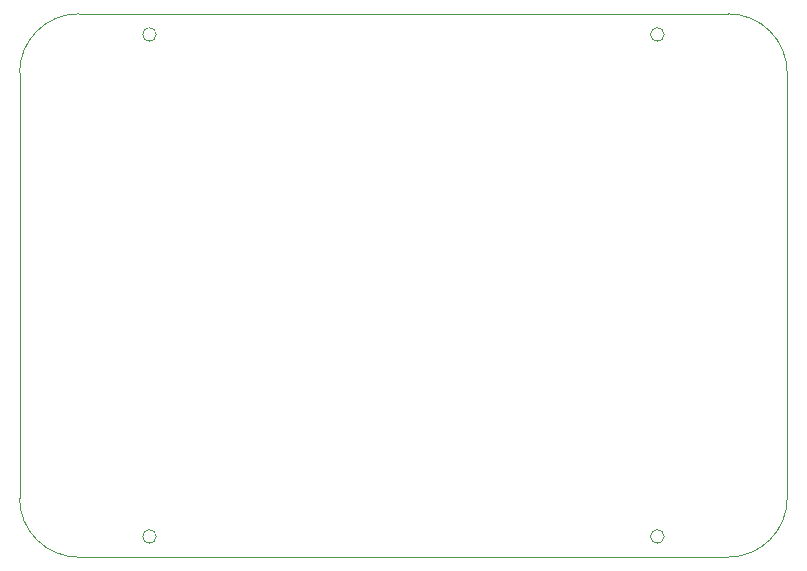
<source format=gbr>
%TF.GenerationSoftware,KiCad,Pcbnew,8.0.1*%
%TF.CreationDate,2024-04-03T13:36:13+02:00*%
%TF.ProjectId,stm32f405_v8,73746d33-3266-4343-9035-5f76382e6b69,rev?*%
%TF.SameCoordinates,Original*%
%TF.FileFunction,Profile,NP*%
%FSLAX46Y46*%
G04 Gerber Fmt 4.6, Leading zero omitted, Abs format (unit mm)*
G04 Created by KiCad (PCBNEW 8.0.1) date 2024-04-03 13:36:13*
%MOMM*%
%LPD*%
G01*
G04 APERTURE LIST*
%TA.AperFunction,Profile*%
%ADD10C,0.100000*%
%TD*%
%TA.AperFunction,Profile*%
%ADD11C,0.050000*%
%TD*%
G04 APERTURE END LIST*
D10*
X129576000Y-119250000D02*
G75*
G02*
X128424000Y-119250000I-576000J0D01*
G01*
X128424000Y-119250000D02*
G75*
G02*
X129576000Y-119250000I576000J0D01*
G01*
X86576000Y-119250000D02*
G75*
G02*
X85424000Y-119250000I-576000J0D01*
G01*
X85424000Y-119250000D02*
G75*
G02*
X86576000Y-119250000I576000J0D01*
G01*
X129576000Y-76750000D02*
G75*
G02*
X128424000Y-76750000I-576000J0D01*
G01*
X128424000Y-76750000D02*
G75*
G02*
X129576000Y-76750000I576000J0D01*
G01*
X86576000Y-76750000D02*
G75*
G02*
X85424000Y-76750000I-576000J0D01*
G01*
X85424000Y-76750000D02*
G75*
G02*
X86576000Y-76750000I576000J0D01*
G01*
D11*
X135000000Y-121000000D02*
X80000000Y-121000000D01*
X80000000Y-75000000D02*
X135000000Y-75000000D01*
X75000000Y-80000000D02*
G75*
G02*
X80000000Y-75000000I5000000J0D01*
G01*
X140000000Y-80000000D02*
X140000000Y-116000000D01*
X140000000Y-116000000D02*
G75*
G02*
X135000000Y-121000000I-5000000J0D01*
G01*
X80000000Y-121000000D02*
G75*
G02*
X75000000Y-116000000I0J5000000D01*
G01*
X75000000Y-80000000D02*
X75000000Y-116000000D01*
X135000000Y-75000000D02*
G75*
G02*
X140000000Y-80000000I0J-5000000D01*
G01*
M02*

</source>
